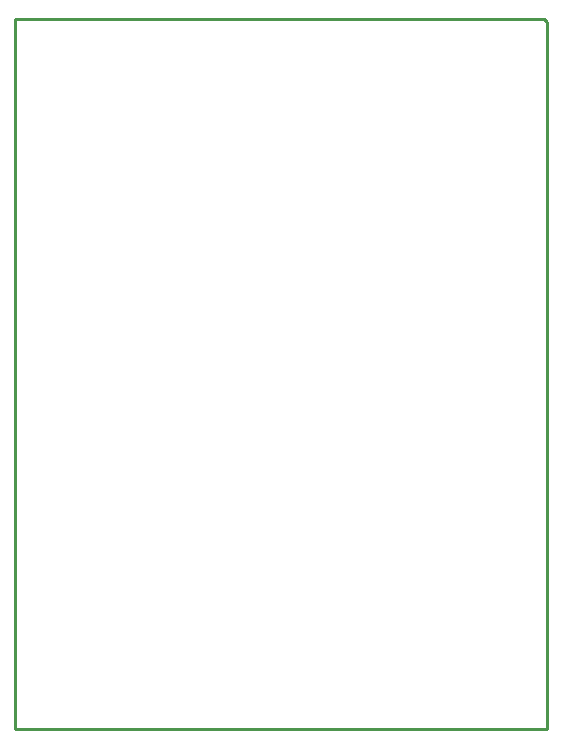
<source format=gbr>
%FSTAX23Y23*%
%MOIN*%
%SFA1B1*%

%IPPOS*%
%ADD17C,0.010000*%
%LNpcb1_mechanical_1-1*%
%LPD*%
G54D17*
X02055Y0257D02*
X0206Y02565D01*
Y02425D02*
Y02565D01*
X0205Y02575D02*
X02055Y0257D01*
X0202Y02575D02*
X0205D01*
X02003D02*
X0202D01*
X01966D02*
X02003D01*
X01947D02*
X01966D01*
X00285Y0021D02*
Y02575D01*
X01947*
X0206Y0021D02*
Y02425D01*
X00285Y0021D02*
X02056D01*
M02*
</source>
